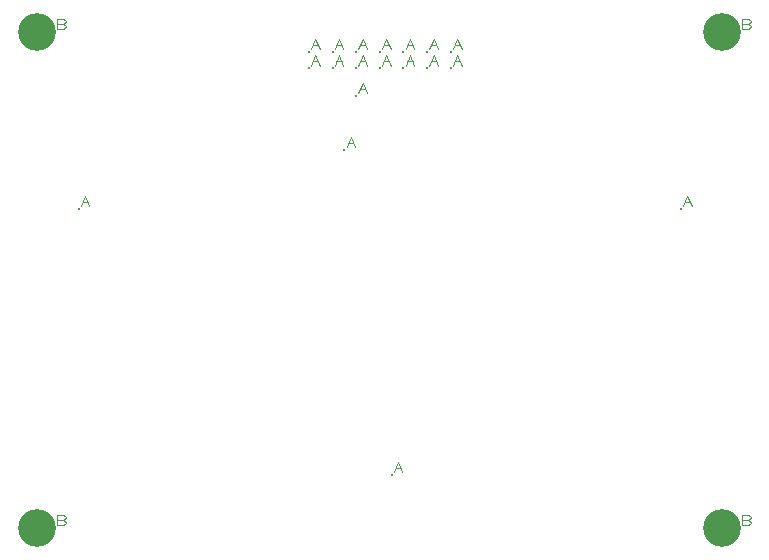
<source format=gbr>
G04 GENERATED BY PULSONIX 7.0 GERBER.DLL 4573*
%INHILLSTAR_50X30_EL_V1_0*%
%LNGERBER_DRILL*%
%FSLAX33Y33*%
%IPPOS*%
%LPD*%
%OFA0B0*%
%MOMM*%
%ADD15C,0.125*%
%ADD146C,0.250*%
%ADD698C,3.200*%
X0Y0D02*
D02*
D15*
X102705Y105999D02*
X102852Y105925D01*
X102926Y105778*
X102852Y105631*
X102705Y105558*
X102191*
Y106440*
X102705*
X102852Y106366*
X102926Y106219*
X102852Y106072*
X102705Y105999*
X102191*
X102705Y147999D02*
X102852Y147925D01*
X102926Y147778*
X102852Y147631*
X102705Y147558*
X102191*
Y148440*
X102705*
X102852Y148366*
X102926Y148219*
X102852Y148072*
X102705Y147999*
X102191*
X104216Y132558D02*
X104583Y133440D01*
X104951Y132558*
X104363Y132925D02*
X104804Y132925D01*
X123716Y144458D02*
X124083Y145340D01*
X124451Y144458*
X123863Y144825D02*
X124304Y144825D01*
X123716Y145858D02*
X124083Y146740D01*
X124451Y145858*
X123863Y146225D02*
X124304Y146225D01*
X125716Y144458D02*
X126083Y145340D01*
X126451Y144458*
X125863Y144825D02*
X126304Y144825D01*
X125716Y145858D02*
X126083Y146740D01*
X126451Y145858*
X125863Y146225D02*
X126304Y146225D01*
X126716Y137558D02*
X127083Y138440D01*
X127451Y137558*
X126863Y137925D02*
X127304Y137925D01*
X127716Y142148D02*
X128083Y143030D01*
X128451Y142148*
X127863Y142515D02*
X128304Y142515D01*
X127716Y144458D02*
X128083Y145340D01*
X128451Y144458*
X127863Y144825D02*
X128304Y144825D01*
X127716Y145858D02*
X128083Y146740D01*
X128451Y145858*
X127863Y146225D02*
X128304Y146225D01*
X129716Y144458D02*
X130083Y145340D01*
X130451Y144458*
X129863Y144825D02*
X130304Y144825D01*
X129716Y145858D02*
X130083Y146740D01*
X130451Y145858*
X129863Y146225D02*
X130304Y146225D01*
X130716Y110058D02*
X131083Y110940D01*
X131451Y110058*
X130863Y110425D02*
X131304Y110425D01*
X131716Y144458D02*
X132083Y145340D01*
X132451Y144458*
X131863Y144825D02*
X132304Y144825D01*
X131716Y145858D02*
X132083Y146740D01*
X132451Y145858*
X131863Y146225D02*
X132304Y146225D01*
X133716Y144458D02*
X134083Y145340D01*
X134451Y144458*
X133863Y144825D02*
X134304Y144825D01*
X133716Y145858D02*
X134083Y146740D01*
X134451Y145858*
X133863Y146225D02*
X134304Y146225D01*
X135716Y144458D02*
X136083Y145340D01*
X136451Y144458*
X135863Y144825D02*
X136304Y144825D01*
X135716Y145858D02*
X136083Y146740D01*
X136451Y145858*
X135863Y146225D02*
X136304Y146225D01*
X155216Y132558D02*
X155583Y133440D01*
X155951Y132558*
X155363Y132925D02*
X155804Y132925D01*
X160705Y105999D02*
X160852Y105925D01*
X160926Y105778*
X160852Y105631*
X160705Y105558*
X160191*
Y106440*
X160705*
X160852Y106366*
X160926Y106219*
X160852Y106072*
X160705Y105999*
X160191*
X160705Y147999D02*
X160852Y147925D01*
X160926Y147778*
X160852Y147631*
X160705Y147558*
X160191*
Y148440*
X160705*
X160852Y148366*
X160926Y148219*
X160852Y148072*
X160705Y147999*
X160191*
D02*
D146*
X104028Y132337D03*
X123528Y144237D03*
Y145637D03*
X125528Y144237D03*
Y145637D03*
X126528Y137337D03*
X127528Y141927D03*
Y144237D03*
Y145637D03*
X129528Y144237D03*
Y145637D03*
X130528Y109837D03*
X131528Y144237D03*
Y145637D03*
X133528Y144237D03*
Y145637D03*
X135528Y144237D03*
Y145637D03*
X155028Y132337D03*
D02*
D698*
X100528Y105337D03*
Y147337D03*
X158528Y105337D03*
Y147337D03*
X0Y0D02*
M02*

</source>
